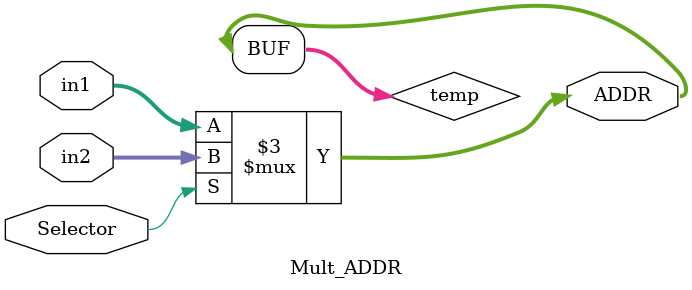
<source format=sv>
module Mult_ADDR
(
	input 			Selector,
	input [3:0]		in1,
	input [3:0]		in2,
	output [3:0] 	ADDR
	
);

reg [3:0] temp;
always@(*)//ff @(posedge clk)
	begin
	temp <= 8;
		if(Selector)
			temp <= in2;
		else
				temp <= in1;
		
	end
assign ADDR = temp;
endmodule

</source>
